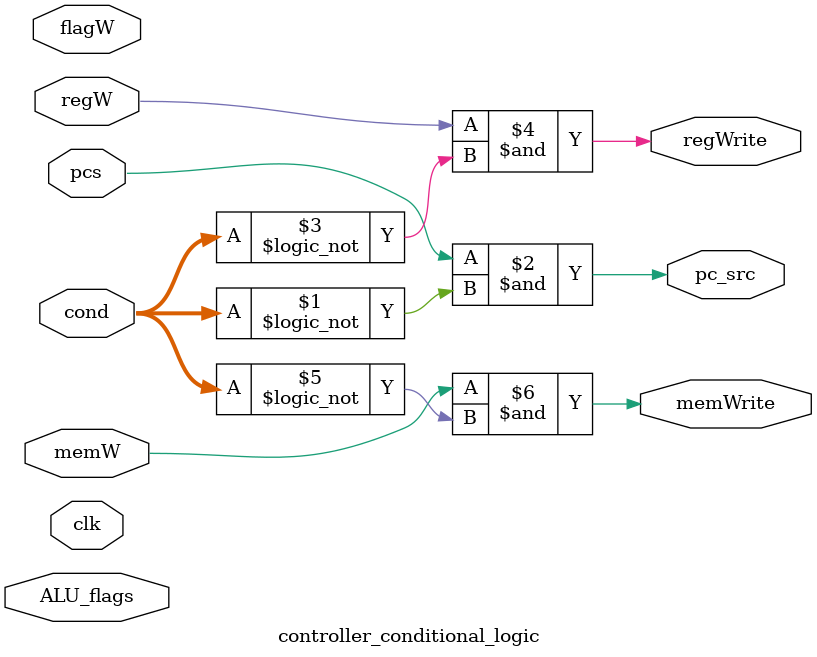
<source format=v>
module controller_conditional_logic(clk,ALU_flags,cond,flagW,pcs,regW,memW,pc_src,regWrite,memWrite);
	input clk;
	input [3:0] ALU_flags;
	input [3:0] cond;
	input flagW,pcs,regW,memW;
	output wire pc_src,regWrite,memWrite;
	
	reg N,Z,C,V;
	initial begin
		N=0;
		Z=0;
		C=0;
		V=0;
	end
	
	assign pc_src = pcs & (cond==4'b0000);
	assign regWrite = regW & (cond==4'b0000);
	assign memWrite = memW & (cond==4'b0000);
	
	always @(*)begin
	
		if(flagW==1)begin
			N<=ALU_flags[3];
			Z<=ALU_flags[2];
			C<=ALU_flags[1];
			V<=ALU_flags[0];
		end
		
	end
	
	
endmodule

</source>
